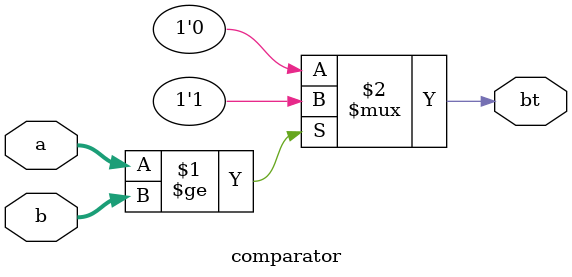
<source format=v>
module comparator(a, b, bt);

	input [10:0] a, b;
	output bt;

	assign bt = (a >= b) ? 1'b1 : 1'b0;

endmodule

</source>
